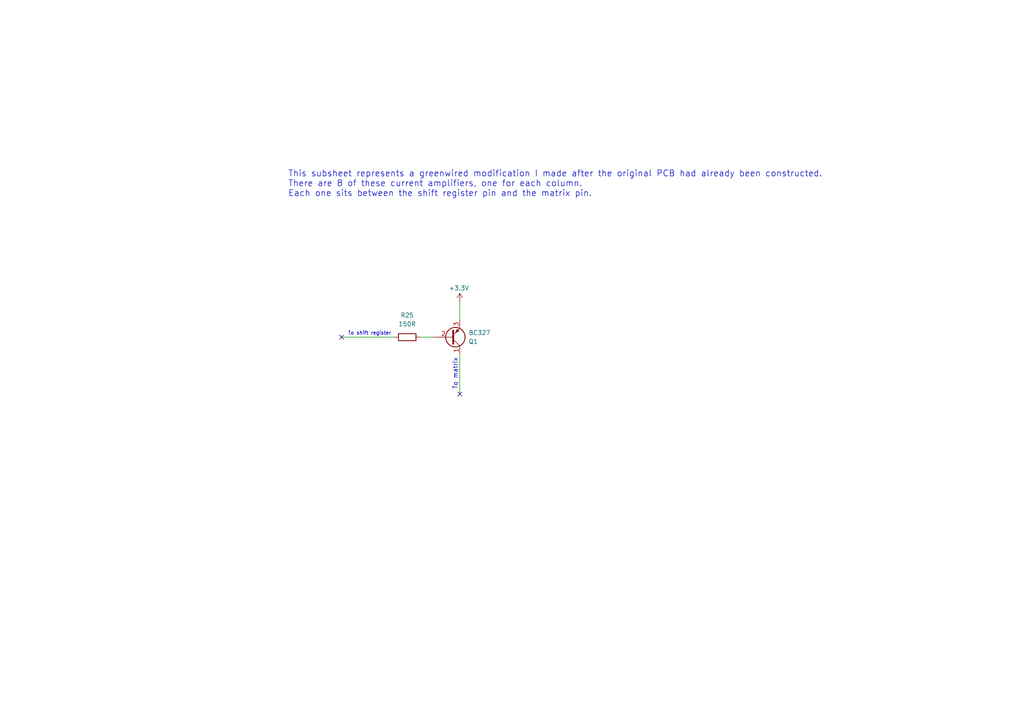
<source format=kicad_sch>
(kicad_sch (version 20231120) (generator "eeschema") (generator_version "8.0")
  (paper "A4")
  (lib_symbols
    (symbol "Device:R" (pin_numbers hide) (pin_names (offset 0))
      (property "Reference" "R" (at 2.032 0 90))
      (property "Value" "R" (at 0 0 90))
      (symbol "R_0_1"
        (rectangle (start -1.016 -2.54) (end 1.016 2.54) (stroke (width 0.254)))
      )
      (symbol "R_1_1"
        (pin passive line (at 0 3.81 270) (length 1.27) (name "~") (number "1"))
        (pin passive line (at 0 -3.81 90) (length 1.27) (name "~") (number "2"))
      )
    )
    (symbol "Transistor_BJT:BC327" (pin_names (offset 0) hide)
      (property "Reference" "Q" (at 5.08 1.905 0))
      (property "Value" "BC327" (at 5.08 0 0))
      (symbol "BC327_0_1"
        (polyline (pts (xy 0.635 0.635) (xy 2.54 2.54)))
        (polyline (pts (xy 0.635 -0.635) (xy 2.54 -2.54) (xy 2.54 -2.54)))
        (polyline (pts (xy 0.635 1.905) (xy 0.635 -1.905) (xy 0.635 -1.905)) (stroke (width 0.508)))
        (polyline (pts (xy 2.286 -1.778) (xy 1.778 -2.286) (xy 1.27 -1.27) (xy 2.286 -1.778) (xy 2.286 -1.778)) (fill (type outline)))
        (circle (center 1.27 0) (radius 2.8194) (stroke (width 0.254)))
      )
      (symbol "BC327_1_1"
        (pin passive line (at 2.54 5.08 270) (length 2.54) (name "C") (number "1"))
        (pin input line (at -5.08 0 0) (length 5.715) (name "B") (number "2"))
        (pin passive line (at 2.54 -5.08 90) (length 2.54) (name "E") (number "3"))
      )
    )
    (symbol "power:+3.3V" (power) (pin_numbers hide) (pin_names (offset 0) hide)
      (property "Value" "+3.3V" (at 0 3.556 0))
      (symbol "+3.3V_0_1"
        (polyline (pts (xy -0.762 1.27) (xy 0 2.54)))
        (polyline (pts (xy 0 0) (xy 0 2.54)))
        (polyline (pts (xy 0 2.54) (xy 0.762 1.27)))
      )
      (symbol "+3.3V_1_1"
        (pin power_in line (at 0 0 90) (length 0) (name "~") (number "1"))
      )
    )
  )
  (no_connect (at 99.06 97.79))
  (no_connect (at 133.35 114.3))
  (wire (pts (xy 121.92 97.79) (xy 125.73 97.79)))
  (wire (pts (xy 133.35 114.3) (xy 133.35 102.87)))
  (wire (pts (xy 99.06 97.79) (xy 114.3 97.79)))
  (wire (pts (xy 133.35 92.71) (xy 133.35 87.63)))
  (text "To matrix" (at 132.08 108.458 90) (effects (font (size 1.27 1.27))))
  (text "This subsheet represents a greenwired modification I made after the original PCB had already been constructed.\nThere are 8 of these current amplifiers, one for each column.\nEach one sits between the shift register pin and the matrix pin." (at 83.566 53.34 0) (effects (font (size 1.778 1.778)) (justify left)))
  (text "To shift register" (at 107.188 96.774 0) (effects (font (size 1.016 1.016))))
  (symbol (lib_id "Device:R") (at 118.11 97.79 90) (unit 1) (on_board no)
    (property "Reference" "R25" (at 118.11 91.44 90))
    (property "Value" "150R" (at 118.11 93.98 90))
    (property "Description" "Resistor" (effects (hide yes)))
  )
  (symbol (lib_id "Transistor_BJT:BC327") (at 130.81 97.79 0) (mirror x) (unit 1) (on_board no)
    (property "Reference" "Q1" (at 135.89 99.0601 0) (effects (justify left)))
    (property "Value" "BC327" (at 135.89 96.5201 0) (effects (justify left)))
    (property "Footprint" "Package_TO_SOT_THT:TO-92_Inline" (effects (hide yes)))
    (property "Datasheet" "http://www.onsemi.com/pub_link/Collateral/BC327-D.PDF" (effects (hide yes)))
    (property "Description" "0.8A Ic, 45V Vce, PNP Transistor, TO-92" (effects (hide yes)))
  )
  (symbol (lib_id "power:+3.3V") (at 133.35 87.63 0) (unit 1)
    (property "Reference" "#PWR07" (effects (hide yes)))
    (property "Value" "+3.3V" (at 133.096 83.566 0))
    (property "Description" "Power symbol creates a global label with name \"+3.3V\"" (effects (hide yes)))
  )
)
</source>
